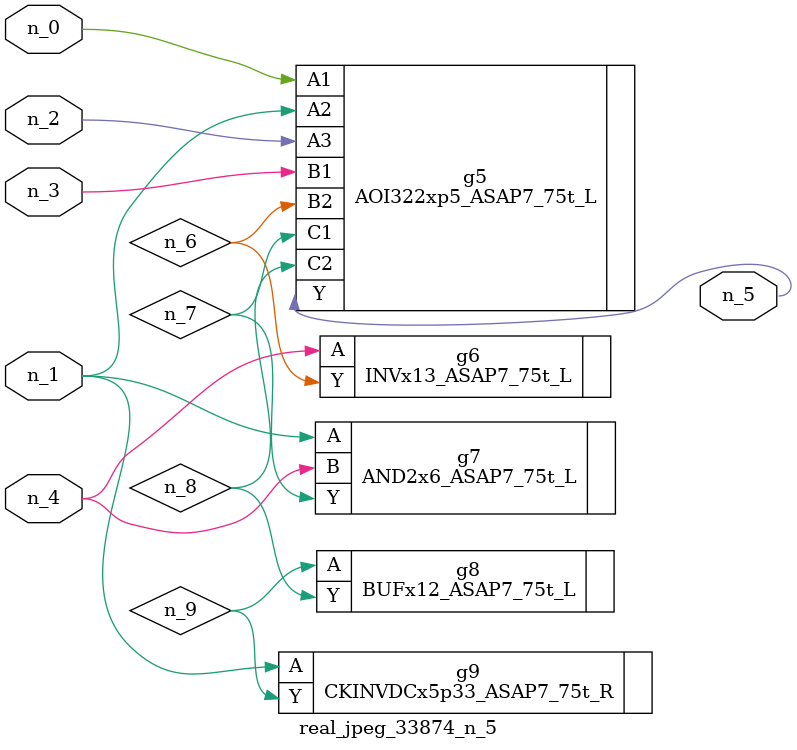
<source format=v>
module real_jpeg_33874_n_5 (n_4, n_0, n_1, n_2, n_3, n_5);

input n_4;
input n_0;
input n_1;
input n_2;
input n_3;

output n_5;

wire n_8;
wire n_6;
wire n_7;
wire n_9;

AOI322xp5_ASAP7_75t_L g5 ( 
.A1(n_0),
.A2(n_1),
.A3(n_2),
.B1(n_3),
.B2(n_6),
.C1(n_7),
.C2(n_8),
.Y(n_5)
);

AND2x6_ASAP7_75t_L g7 ( 
.A(n_1),
.B(n_4),
.Y(n_7)
);

CKINVDCx5p33_ASAP7_75t_R g9 ( 
.A(n_1),
.Y(n_9)
);

INVx13_ASAP7_75t_L g6 ( 
.A(n_4),
.Y(n_6)
);

BUFx12_ASAP7_75t_L g8 ( 
.A(n_9),
.Y(n_8)
);


endmodule
</source>
